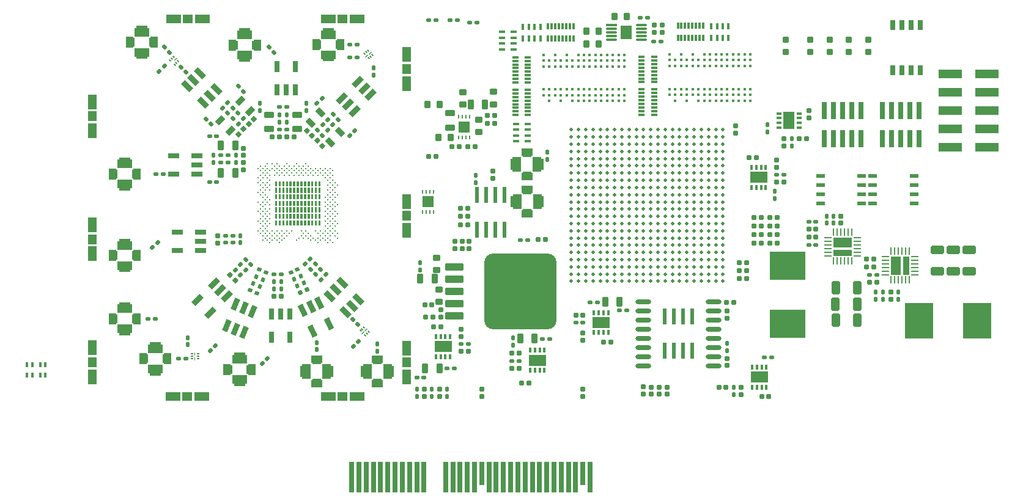
<source format=gtp>
G04 Layer_Color=8421504*
%FSLAX44Y44*%
%MOMM*%
G71*
G01*
G75*
G04:AMPARAMS|DCode=17|XSize=0.5mm|YSize=0.6mm|CornerRadius=0.05mm|HoleSize=0mm|Usage=FLASHONLY|Rotation=90.000|XOffset=0mm|YOffset=0mm|HoleType=Round|Shape=RoundedRectangle|*
%AMROUNDEDRECTD17*
21,1,0.5000,0.5000,0,0,90.0*
21,1,0.4000,0.6000,0,0,90.0*
1,1,0.1000,0.2500,0.2000*
1,1,0.1000,0.2500,-0.2000*
1,1,0.1000,-0.2500,-0.2000*
1,1,0.1000,-0.2500,0.2000*
%
%ADD17ROUNDEDRECTD17*%
G04:AMPARAMS|DCode=18|XSize=0.5mm|YSize=0.6mm|CornerRadius=0.05mm|HoleSize=0mm|Usage=FLASHONLY|Rotation=135.000|XOffset=0mm|YOffset=0mm|HoleType=Round|Shape=RoundedRectangle|*
%AMROUNDEDRECTD18*
21,1,0.5000,0.5000,0,0,135.0*
21,1,0.4000,0.6000,0,0,135.0*
1,1,0.1000,0.0354,0.3182*
1,1,0.1000,0.3182,0.0354*
1,1,0.1000,-0.0354,-0.3182*
1,1,0.1000,-0.3182,-0.0354*
%
%ADD18ROUNDEDRECTD18*%
G04:AMPARAMS|DCode=19|XSize=0.35mm|YSize=0.15mm|CornerRadius=0mm|HoleSize=0mm|Usage=FLASHONLY|Rotation=135.000|XOffset=0mm|YOffset=0mm|HoleType=Round|Shape=Rectangle|*
%AMROTATEDRECTD19*
4,1,4,0.1768,-0.0707,0.0707,-0.1768,-0.1768,0.0707,-0.0707,0.1768,0.1768,-0.0707,0.0*
%
%ADD19ROTATEDRECTD19*%

G04:AMPARAMS|DCode=20|XSize=0.5mm|YSize=0.6mm|CornerRadius=0.05mm|HoleSize=0mm|Usage=FLASHONLY|Rotation=0.000|XOffset=0mm|YOffset=0mm|HoleType=Round|Shape=RoundedRectangle|*
%AMROUNDEDRECTD20*
21,1,0.5000,0.5000,0,0,0.0*
21,1,0.4000,0.6000,0,0,0.0*
1,1,0.1000,0.2000,-0.2500*
1,1,0.1000,-0.2000,-0.2500*
1,1,0.1000,-0.2000,0.2500*
1,1,0.1000,0.2000,0.2500*
%
%ADD20ROUNDEDRECTD20*%
%ADD21R,0.3500X0.1500*%
G04:AMPARAMS|DCode=22|XSize=0.5mm|YSize=0.6mm|CornerRadius=0.05mm|HoleSize=0mm|Usage=FLASHONLY|Rotation=45.000|XOffset=0mm|YOffset=0mm|HoleType=Round|Shape=RoundedRectangle|*
%AMROUNDEDRECTD22*
21,1,0.5000,0.5000,0,0,45.0*
21,1,0.4000,0.6000,0,0,45.0*
1,1,0.1000,0.3182,-0.0354*
1,1,0.1000,0.0354,-0.3182*
1,1,0.1000,-0.3182,0.0354*
1,1,0.1000,-0.0354,0.3182*
%
%ADD22ROUNDEDRECTD22*%
%ADD23R,1.5500X1.0000*%
%ADD24R,1.2000X1.6000*%
%ADD25R,1.2000X1.2000*%
%ADD26R,1.2000X2.1500*%
G04:AMPARAMS|DCode=27|XSize=1mm|YSize=0.9mm|CornerRadius=0.1125mm|HoleSize=0mm|Usage=FLASHONLY|Rotation=0.000|XOffset=0mm|YOffset=0mm|HoleType=Round|Shape=RoundedRectangle|*
%AMROUNDEDRECTD27*
21,1,1.0000,0.6750,0,0,0.0*
21,1,0.7750,0.9000,0,0,0.0*
1,1,0.2250,0.3875,-0.3375*
1,1,0.2250,-0.3875,-0.3375*
1,1,0.2250,-0.3875,0.3375*
1,1,0.2250,0.3875,0.3375*
%
%ADD27ROUNDEDRECTD27*%
G04:AMPARAMS|DCode=28|XSize=0.6mm|YSize=0.6mm|CornerRadius=0.06mm|HoleSize=0mm|Usage=FLASHONLY|Rotation=90.000|XOffset=0mm|YOffset=0mm|HoleType=Round|Shape=RoundedRectangle|*
%AMROUNDEDRECTD28*
21,1,0.6000,0.4800,0,0,90.0*
21,1,0.4800,0.6000,0,0,90.0*
1,1,0.1200,0.2400,0.2400*
1,1,0.1200,0.2400,-0.2400*
1,1,0.1200,-0.2400,-0.2400*
1,1,0.1200,-0.2400,0.2400*
%
%ADD28ROUNDEDRECTD28*%
G04:AMPARAMS|DCode=29|XSize=1.6mm|YSize=0.3mm|CornerRadius=0.0375mm|HoleSize=0mm|Usage=FLASHONLY|Rotation=0.000|XOffset=0mm|YOffset=0mm|HoleType=Round|Shape=RoundedRectangle|*
%AMROUNDEDRECTD29*
21,1,1.6000,0.2250,0,0,0.0*
21,1,1.5250,0.3000,0,0,0.0*
1,1,0.0750,0.7625,-0.1125*
1,1,0.0750,-0.7625,-0.1125*
1,1,0.0750,-0.7625,0.1125*
1,1,0.0750,0.7625,0.1125*
%
%ADD29ROUNDEDRECTD29*%
%ADD30O,1.6000X0.3000*%
G04:AMPARAMS|DCode=31|XSize=1.6mm|YSize=1.9mm|CornerRadius=0.2mm|HoleSize=0mm|Usage=FLASHONLY|Rotation=180.000|XOffset=0mm|YOffset=0mm|HoleType=Round|Shape=RoundedRectangle|*
%AMROUNDEDRECTD31*
21,1,1.6000,1.5000,0,0,180.0*
21,1,1.2000,1.9000,0,0,180.0*
1,1,0.4000,-0.6000,0.7500*
1,1,0.4000,0.6000,0.7500*
1,1,0.4000,0.6000,-0.7500*
1,1,0.4000,-0.6000,-0.7500*
%
%ADD31ROUNDEDRECTD31*%
%ADD32R,2.3500X1.6000*%
%ADD33R,0.3000X0.7000*%
%ADD34R,0.7000X0.3000*%
%ADD35R,1.6000X2.3500*%
G04:AMPARAMS|DCode=36|XSize=0.6mm|YSize=0.6mm|CornerRadius=0.06mm|HoleSize=0mm|Usage=FLASHONLY|Rotation=0.000|XOffset=0mm|YOffset=0mm|HoleType=Round|Shape=RoundedRectangle|*
%AMROUNDEDRECTD36*
21,1,0.6000,0.4800,0,0,0.0*
21,1,0.4800,0.6000,0,0,0.0*
1,1,0.1200,0.2400,-0.2400*
1,1,0.1200,-0.2400,-0.2400*
1,1,0.1200,-0.2400,0.2400*
1,1,0.1200,0.2400,0.2400*
%
%ADD36ROUNDEDRECTD36*%
%ADD37R,1.0000X1.5500*%
%ADD38R,1.6000X1.2000*%
%ADD39R,1.2000X1.2000*%
%ADD40R,2.1500X1.2000*%
G04:AMPARAMS|DCode=41|XSize=1.3mm|YSize=0.8mm|CornerRadius=0.1mm|HoleSize=0mm|Usage=FLASHONLY|Rotation=90.000|XOffset=0mm|YOffset=0mm|HoleType=Round|Shape=RoundedRectangle|*
%AMROUNDEDRECTD41*
21,1,1.3000,0.6000,0,0,90.0*
21,1,1.1000,0.8000,0,0,90.0*
1,1,0.2000,0.3000,0.5500*
1,1,0.2000,0.3000,-0.5500*
1,1,0.2000,-0.3000,-0.5500*
1,1,0.2000,-0.3000,0.5500*
%
%ADD41ROUNDEDRECTD41*%
%ADD42R,0.2500X0.6250*%
%ADD43R,1.6000X1.6000*%
G04:AMPARAMS|DCode=44|XSize=2.5mm|YSize=1.1mm|CornerRadius=0.1375mm|HoleSize=0mm|Usage=FLASHONLY|Rotation=180.000|XOffset=0mm|YOffset=0mm|HoleType=Round|Shape=RoundedRectangle|*
%AMROUNDEDRECTD44*
21,1,2.5000,0.8250,0,0,180.0*
21,1,2.2250,1.1000,0,0,180.0*
1,1,0.2750,-1.1125,0.4125*
1,1,0.2750,1.1125,0.4125*
1,1,0.2750,1.1125,-0.4125*
1,1,0.2750,-1.1125,-0.4125*
%
%ADD44ROUNDEDRECTD44*%
G04:AMPARAMS|DCode=45|XSize=10mm|YSize=10.5mm|CornerRadius=1.25mm|HoleSize=0mm|Usage=FLASHONLY|Rotation=180.000|XOffset=0mm|YOffset=0mm|HoleType=Round|Shape=RoundedRectangle|*
%AMROUNDEDRECTD45*
21,1,10.0000,8.0000,0,0,180.0*
21,1,7.5000,10.5000,0,0,180.0*
1,1,2.5000,-3.7500,4.0000*
1,1,2.5000,3.7500,4.0000*
1,1,2.5000,3.7500,-4.0000*
1,1,2.5000,-3.7500,-4.0000*
%
%ADD45ROUNDEDRECTD45*%
%ADD46R,0.9000X2.5500*%
%ADD47R,1.4000X2.5500*%
%ADD48R,1.0000X0.2500*%
%ADD49R,0.2500X1.0000*%
G04:AMPARAMS|DCode=50|XSize=1.8mm|YSize=1.15mm|CornerRadius=0.1437mm|HoleSize=0mm|Usage=FLASHONLY|Rotation=0.000|XOffset=0mm|YOffset=0mm|HoleType=Round|Shape=RoundedRectangle|*
%AMROUNDEDRECTD50*
21,1,1.8000,0.8625,0,0,0.0*
21,1,1.5125,1.1500,0,0,0.0*
1,1,0.2875,0.7562,-0.4313*
1,1,0.2875,-0.7562,-0.4313*
1,1,0.2875,-0.7562,0.4313*
1,1,0.2875,0.7562,0.4313*
%
%ADD50ROUNDEDRECTD50*%
G04:AMPARAMS|DCode=51|XSize=1.3mm|YSize=0.8mm|CornerRadius=0.1mm|HoleSize=0mm|Usage=FLASHONLY|Rotation=180.000|XOffset=0mm|YOffset=0mm|HoleType=Round|Shape=RoundedRectangle|*
%AMROUNDEDRECTD51*
21,1,1.3000,0.6000,0,0,180.0*
21,1,1.1000,0.8000,0,0,180.0*
1,1,0.2000,-0.5500,0.3000*
1,1,0.2000,0.5500,0.3000*
1,1,0.2000,0.5500,-0.3000*
1,1,0.2000,-0.5500,-0.3000*
%
%ADD51ROUNDEDRECTD51*%
G04:AMPARAMS|DCode=52|XSize=1.3mm|YSize=0.8mm|CornerRadius=0.1mm|HoleSize=0mm|Usage=FLASHONLY|Rotation=225.000|XOffset=0mm|YOffset=0mm|HoleType=Round|Shape=RoundedRectangle|*
%AMROUNDEDRECTD52*
21,1,1.3000,0.6000,0,0,225.0*
21,1,1.1000,0.8000,0,0,225.0*
1,1,0.2000,-0.6010,-0.1768*
1,1,0.2000,0.1768,0.6010*
1,1,0.2000,0.6010,0.1768*
1,1,0.2000,-0.1768,-0.6010*
%
%ADD52ROUNDEDRECTD52*%
G04:AMPARAMS|DCode=53|XSize=1.3mm|YSize=0.8mm|CornerRadius=0.1mm|HoleSize=0mm|Usage=FLASHONLY|Rotation=135.000|XOffset=0mm|YOffset=0mm|HoleType=Round|Shape=RoundedRectangle|*
%AMROUNDEDRECTD53*
21,1,1.3000,0.6000,0,0,135.0*
21,1,1.1000,0.8000,0,0,135.0*
1,1,0.2000,-0.1768,0.6010*
1,1,0.2000,0.6010,-0.1768*
1,1,0.2000,0.1768,-0.6010*
1,1,0.2000,-0.6010,0.1768*
%
%ADD53ROUNDEDRECTD53*%
G04:AMPARAMS|DCode=54|XSize=0.5mm|YSize=0.6mm|CornerRadius=0.05mm|HoleSize=0mm|Usage=FLASHONLY|Rotation=247.500|XOffset=0mm|YOffset=0mm|HoleType=Round|Shape=RoundedRectangle|*
%AMROUNDEDRECTD54*
21,1,0.5000,0.5000,0,0,247.5*
21,1,0.4000,0.6000,0,0,247.5*
1,1,0.1000,-0.3075,-0.0891*
1,1,0.1000,-0.1544,0.2804*
1,1,0.1000,0.3075,0.0891*
1,1,0.1000,0.1544,-0.2804*
%
%ADD54ROUNDEDRECTD54*%
%ADD55R,2.5500X0.9000*%
%ADD56R,2.5500X1.4000*%
%ADD57R,4.0000X5.0000*%
G04:AMPARAMS|DCode=58|XSize=0.5mm|YSize=0.6mm|CornerRadius=0.05mm|HoleSize=0mm|Usage=FLASHONLY|Rotation=157.500|XOffset=0mm|YOffset=0mm|HoleType=Round|Shape=RoundedRectangle|*
%AMROUNDEDRECTD58*
21,1,0.5000,0.5000,0,0,157.5*
21,1,0.4000,0.6000,0,0,157.5*
1,1,0.1000,-0.0891,0.3075*
1,1,0.1000,0.2804,0.1544*
1,1,0.1000,0.0891,-0.3075*
1,1,0.1000,-0.2804,-0.1544*
%
%ADD58ROUNDEDRECTD58*%
G04:AMPARAMS|DCode=59|XSize=0.6mm|YSize=0.6mm|CornerRadius=0.06mm|HoleSize=0mm|Usage=FLASHONLY|Rotation=45.000|XOffset=0mm|YOffset=0mm|HoleType=Round|Shape=RoundedRectangle|*
%AMROUNDEDRECTD59*
21,1,0.6000,0.4800,0,0,45.0*
21,1,0.4800,0.6000,0,0,45.0*
1,1,0.1200,0.3394,0.0000*
1,1,0.1200,0.0000,-0.3394*
1,1,0.1200,-0.3394,0.0000*
1,1,0.1200,0.0000,0.3394*
%
%ADD59ROUNDEDRECTD59*%
G04:AMPARAMS|DCode=60|XSize=0.5mm|YSize=0.6mm|CornerRadius=0.05mm|HoleSize=0mm|Usage=FLASHONLY|Rotation=205.000|XOffset=0mm|YOffset=0mm|HoleType=Round|Shape=RoundedRectangle|*
%AMROUNDEDRECTD60*
21,1,0.5000,0.5000,0,0,205.0*
21,1,0.4000,0.6000,0,0,205.0*
1,1,0.1000,-0.2869,0.1421*
1,1,0.1000,0.0756,0.3111*
1,1,0.1000,0.2869,-0.1421*
1,1,0.1000,-0.0756,-0.3111*
%
%ADD60ROUNDEDRECTD60*%
G04:AMPARAMS|DCode=61|XSize=0.5mm|YSize=0.6mm|CornerRadius=0.05mm|HoleSize=0mm|Usage=FLASHONLY|Rotation=295.000|XOffset=0mm|YOffset=0mm|HoleType=Round|Shape=RoundedRectangle|*
%AMROUNDEDRECTD61*
21,1,0.5000,0.5000,0,0,295.0*
21,1,0.4000,0.6000,0,0,295.0*
1,1,0.1000,-0.1421,-0.2869*
1,1,0.1000,-0.3111,0.0756*
1,1,0.1000,0.1421,0.2869*
1,1,0.1000,0.3111,-0.0756*
%
%ADD61ROUNDEDRECTD61*%
G04:AMPARAMS|DCode=62|XSize=0.6mm|YSize=0.6mm|CornerRadius=0.06mm|HoleSize=0mm|Usage=FLASHONLY|Rotation=135.000|XOffset=0mm|YOffset=0mm|HoleType=Round|Shape=RoundedRectangle|*
%AMROUNDEDRECTD62*
21,1,0.6000,0.4800,0,0,135.0*
21,1,0.4800,0.6000,0,0,135.0*
1,1,0.1200,0.0000,0.3394*
1,1,0.1200,0.3394,0.0000*
1,1,0.1200,0.0000,-0.3394*
1,1,0.1200,-0.3394,0.0000*
%
%ADD62ROUNDEDRECTD62*%
G04:AMPARAMS|DCode=63|XSize=0.76mm|YSize=1.65mm|CornerRadius=0mm|HoleSize=0mm|Usage=FLASHONLY|Rotation=45.000|XOffset=0mm|YOffset=0mm|HoleType=Round|Shape=Rectangle|*
%AMROTATEDRECTD63*
4,1,4,0.3147,-0.8521,-0.8521,0.3147,-0.3147,0.8521,0.8521,-0.3147,0.3147,-0.8521,0.0*
%
%ADD63ROTATEDRECTD63*%

%ADD64R,1.6500X0.7600*%
G04:AMPARAMS|DCode=65|XSize=0.76mm|YSize=1.65mm|CornerRadius=0mm|HoleSize=0mm|Usage=FLASHONLY|Rotation=135.000|XOffset=0mm|YOffset=0mm|HoleType=Round|Shape=Rectangle|*
%AMROTATEDRECTD65*
4,1,4,0.8521,0.3147,-0.3147,-0.8521,-0.8521,-0.3147,0.3147,0.8521,0.8521,0.3147,0.0*
%
%ADD65ROTATEDRECTD65*%

%ADD66R,0.7600X1.6500*%
G04:AMPARAMS|DCode=67|XSize=1.8mm|YSize=1.15mm|CornerRadius=0.1437mm|HoleSize=0mm|Usage=FLASHONLY|Rotation=270.000|XOffset=0mm|YOffset=0mm|HoleType=Round|Shape=RoundedRectangle|*
%AMROUNDEDRECTD67*
21,1,1.8000,0.8625,0,0,270.0*
21,1,1.5125,1.1500,0,0,270.0*
1,1,0.2875,-0.4313,-0.7562*
1,1,0.2875,-0.4313,0.7562*
1,1,0.2875,0.4313,0.7562*
1,1,0.2875,0.4313,-0.7562*
%
%ADD67ROUNDEDRECTD67*%
%ADD68O,2.2000X0.6000*%
%ADD69R,0.7000X4.2000*%
%ADD70R,0.7000X3.2000*%
%ADD71R,3.2004X1.2700*%
G04:AMPARAMS|DCode=72|XSize=0.7mm|YSize=0.4mm|CornerRadius=0.05mm|HoleSize=0mm|Usage=FLASHONLY|Rotation=270.000|XOffset=0mm|YOffset=0mm|HoleType=Round|Shape=RoundedRectangle|*
%AMROUNDEDRECTD72*
21,1,0.7000,0.3000,0,0,270.0*
21,1,0.6000,0.4000,0,0,270.0*
1,1,0.1000,-0.1500,-0.3000*
1,1,0.1000,-0.1500,0.3000*
1,1,0.1000,0.1500,0.3000*
1,1,0.1000,0.1500,-0.3000*
%
%ADD72ROUNDEDRECTD72*%
%ADD73R,0.7500X2.4000*%
%ADD74R,0.5500X2.2000*%
G04:AMPARAMS|DCode=75|XSize=1mm|YSize=0.9mm|CornerRadius=0.1125mm|HoleSize=0mm|Usage=FLASHONLY|Rotation=90.000|XOffset=0mm|YOffset=0mm|HoleType=Round|Shape=RoundedRectangle|*
%AMROUNDEDRECTD75*
21,1,1.0000,0.6750,0,0,90.0*
21,1,0.7750,0.9000,0,0,90.0*
1,1,0.2250,0.3375,0.3875*
1,1,0.2250,0.3375,-0.3875*
1,1,0.2250,-0.3375,-0.3875*
1,1,0.2250,-0.3375,0.3875*
%
%ADD75ROUNDEDRECTD75*%
%ADD76C,0.5000*%
%ADD77R,5.0000X4.0000*%
G04:AMPARAMS|DCode=78|XSize=0.8mm|YSize=0.8mm|CornerRadius=0.1mm|HoleSize=0mm|Usage=FLASHONLY|Rotation=90.000|XOffset=0mm|YOffset=0mm|HoleType=Round|Shape=RoundedRectangle|*
%AMROUNDEDRECTD78*
21,1,0.8000,0.6000,0,0,90.0*
21,1,0.6000,0.8000,0,0,90.0*
1,1,0.2000,0.3000,0.3000*
1,1,0.2000,0.3000,-0.3000*
1,1,0.2000,-0.3000,-0.3000*
1,1,0.2000,-0.3000,0.3000*
%
%ADD78ROUNDEDRECTD78*%
%ADD79R,0.8000X1.4000*%
%ADD81R,1.2000X0.5000*%
%ADD82R,0.9500X0.4000*%
%ADD83R,0.4000X0.9500*%
%ADD84C,0.4500*%
%ADD85R,0.9500X0.3500*%
%ADD86R,0.3500X0.9500*%
%ADD88R,1.4000X1.3000*%
%ADD89R,2.0000X1.3000*%
%ADD90R,1.3000X1.4000*%
%ADD91R,1.3000X2.0000*%
G04:AMPARAMS|DCode=92|XSize=0.6mm|YSize=0.6mm|CornerRadius=0.06mm|HoleSize=0mm|Usage=FLASHONLY|Rotation=295.000|XOffset=0mm|YOffset=0mm|HoleType=Round|Shape=RoundedRectangle|*
%AMROUNDEDRECTD92*
21,1,0.6000,0.4800,0,0,295.0*
21,1,0.4800,0.6000,0,0,295.0*
1,1,0.1200,-0.1161,-0.3189*
1,1,0.1200,-0.3189,0.1161*
1,1,0.1200,0.1161,0.3189*
1,1,0.1200,0.3189,-0.1161*
%
%ADD92ROUNDEDRECTD92*%
%ADD93R,0.2500X0.6000*%
%ADD94R,1.5000X1.6000*%
G04:AMPARAMS|DCode=95|XSize=0.76mm|YSize=1.65mm|CornerRadius=0mm|HoleSize=0mm|Usage=FLASHONLY|Rotation=337.500|XOffset=0mm|YOffset=0mm|HoleType=Round|Shape=Rectangle|*
%AMROTATEDRECTD95*
4,1,4,-0.6668,-0.6168,-0.0354,0.9076,0.6668,0.6168,0.0354,-0.9076,-0.6668,-0.6168,0.0*
%
%ADD95ROTATEDRECTD95*%

G04:AMPARAMS|DCode=96|XSize=0.76mm|YSize=1.65mm|CornerRadius=0mm|HoleSize=0mm|Usage=FLASHONLY|Rotation=205.000|XOffset=0mm|YOffset=0mm|HoleType=Round|Shape=Rectangle|*
%AMROTATEDRECTD96*
4,1,4,-0.0043,0.9083,0.6931,-0.5871,0.0043,-0.9083,-0.6931,0.5871,-0.0043,0.9083,0.0*
%
%ADD96ROTATEDRECTD96*%

%ADD97R,0.2000X0.2000*%
%ADD98C,0.3100*%
G36*
X368340Y401617D02*
X365340D01*
Y408617D01*
X368340D01*
Y401617D01*
D02*
G37*
G36*
X363340D02*
X360340D01*
Y408617D01*
X363340D01*
Y401617D01*
D02*
G37*
G36*
X358340D02*
X355340D01*
Y408617D01*
X358340D01*
Y401617D01*
D02*
G37*
G36*
X383340D02*
X380340D01*
Y408617D01*
X383340D01*
Y401617D01*
D02*
G37*
G36*
X378340D02*
X375340D01*
Y408617D01*
X378340D01*
Y401617D01*
D02*
G37*
G36*
X373340D02*
X370340D01*
Y408617D01*
X373340D01*
Y401617D01*
D02*
G37*
G36*
X403340Y392617D02*
X400340D01*
Y399617D01*
X403340D01*
Y392617D01*
D02*
G37*
G36*
X398340D02*
X395340D01*
Y399617D01*
X398340D01*
Y392617D01*
D02*
G37*
G36*
X393340D02*
X390340D01*
Y399617D01*
X393340D01*
Y392617D01*
D02*
G37*
G36*
X353340Y401617D02*
X350340D01*
Y408617D01*
X353340D01*
Y401617D01*
D02*
G37*
G36*
X413340Y392617D02*
X410340D01*
Y399617D01*
X413340D01*
Y392617D01*
D02*
G37*
G36*
X408340D02*
X405340D01*
Y399617D01*
X408340D01*
Y392617D01*
D02*
G37*
G36*
X363340Y410617D02*
X360340D01*
Y417617D01*
X363340D01*
Y410617D01*
D02*
G37*
G36*
X358340D02*
X355340D01*
Y417617D01*
X358340D01*
Y410617D01*
D02*
G37*
G36*
X353340D02*
X350340D01*
Y417617D01*
X353340D01*
Y410617D01*
D02*
G37*
G36*
X378340D02*
X375340D01*
Y417617D01*
X378340D01*
Y410617D01*
D02*
G37*
G36*
X373340D02*
X370340D01*
Y417617D01*
X373340D01*
Y410617D01*
D02*
G37*
G36*
X368340D02*
X365340D01*
Y417617D01*
X368340D01*
Y410617D01*
D02*
G37*
G36*
X398340Y401617D02*
X395340D01*
Y408617D01*
X398340D01*
Y401617D01*
D02*
G37*
G36*
X393340D02*
X390340D01*
Y408617D01*
X393340D01*
Y401617D01*
D02*
G37*
G36*
X388340D02*
X385340D01*
Y408617D01*
X388340D01*
Y401617D01*
D02*
G37*
G36*
X413340D02*
X410340D01*
Y408617D01*
X413340D01*
Y401617D01*
D02*
G37*
G36*
X408340D02*
X405340D01*
Y408617D01*
X408340D01*
Y401617D01*
D02*
G37*
G36*
X403340D02*
X400340D01*
Y408617D01*
X403340D01*
Y401617D01*
D02*
G37*
G36*
X388340Y392617D02*
X385340D01*
Y399617D01*
X388340D01*
Y392617D01*
D02*
G37*
G36*
X373340Y383617D02*
X370340D01*
Y390617D01*
X373340D01*
Y383617D01*
D02*
G37*
G36*
X368340D02*
X365340D01*
Y390617D01*
X368340D01*
Y383617D01*
D02*
G37*
G36*
X363340D02*
X360340D01*
Y390617D01*
X363340D01*
Y383617D01*
D02*
G37*
G36*
X388340D02*
X385340D01*
Y390617D01*
X388340D01*
Y383617D01*
D02*
G37*
G36*
X383340D02*
X380340D01*
Y390617D01*
X383340D01*
Y383617D01*
D02*
G37*
G36*
X378340D02*
X375340D01*
Y390617D01*
X378340D01*
Y383617D01*
D02*
G37*
G36*
X473751Y235871D02*
X470393Y232512D01*
X469686Y233219D01*
X473044Y236578D01*
X473751Y235871D01*
D02*
G37*
G36*
X239750Y203000D02*
X238750D01*
Y207750D01*
X239750D01*
X239750Y203000D01*
D02*
G37*
G36*
X239750Y196250D02*
X238750D01*
Y201000D01*
X239750D01*
X239750Y196250D01*
D02*
G37*
G36*
X358340Y383617D02*
X355340D01*
Y390617D01*
X358340D01*
Y383617D01*
D02*
G37*
G36*
X353340D02*
X350340D01*
Y390617D01*
X353340D01*
Y383617D01*
D02*
G37*
G36*
X478524Y240644D02*
X475165Y237285D01*
X474459Y237992D01*
X477817Y241351D01*
X478524Y240644D01*
D02*
G37*
G36*
X368340Y392617D02*
X365340D01*
Y399617D01*
X368340D01*
Y392617D01*
D02*
G37*
G36*
X363340D02*
X360340D01*
Y399617D01*
X363340D01*
Y392617D01*
D02*
G37*
G36*
X358340D02*
X355340D01*
Y399617D01*
X358340D01*
Y392617D01*
D02*
G37*
G36*
X383340D02*
X380340D01*
Y399617D01*
X383340D01*
Y392617D01*
D02*
G37*
G36*
X378340D02*
X375340D01*
Y399617D01*
X378340D01*
Y392617D01*
D02*
G37*
G36*
X373340D02*
X370340D01*
Y399617D01*
X373340D01*
Y392617D01*
D02*
G37*
G36*
X403340Y383617D02*
X400340D01*
Y390617D01*
X403340D01*
Y383617D01*
D02*
G37*
G36*
X398340D02*
X395340D01*
Y390617D01*
X398340D01*
Y383617D01*
D02*
G37*
G36*
X393340D02*
X390340D01*
Y390617D01*
X393340D01*
Y383617D01*
D02*
G37*
G36*
X353340Y392617D02*
X350340D01*
Y399617D01*
X353340D01*
Y392617D01*
D02*
G37*
G36*
X413340Y383617D02*
X410340D01*
Y390617D01*
X413340D01*
Y383617D01*
D02*
G37*
G36*
X408340D02*
X405340D01*
Y390617D01*
X408340D01*
Y383617D01*
D02*
G37*
G36*
X383340Y410617D02*
X380340D01*
Y417617D01*
X383340D01*
Y410617D01*
D02*
G37*
G36*
X358340Y437617D02*
X355340D01*
Y444617D01*
X358340D01*
Y437617D01*
D02*
G37*
G36*
X353340D02*
X350340D01*
Y444617D01*
X353340D01*
Y437617D01*
D02*
G37*
G36*
X413340Y428617D02*
X410340D01*
Y435617D01*
X413340D01*
Y428617D01*
D02*
G37*
G36*
X373340Y437617D02*
X370340D01*
Y444617D01*
X373340D01*
Y437617D01*
D02*
G37*
G36*
X368340D02*
X365340D01*
Y444617D01*
X368340D01*
Y437617D01*
D02*
G37*
G36*
X363340D02*
X360340D01*
Y444617D01*
X363340D01*
Y437617D01*
D02*
G37*
G36*
X393340Y428617D02*
X390340D01*
Y435617D01*
X393340D01*
Y428617D01*
D02*
G37*
G36*
X388340D02*
X385340D01*
Y435617D01*
X388340D01*
Y428617D01*
D02*
G37*
G36*
X383340D02*
X380340D01*
Y435617D01*
X383340D01*
Y428617D01*
D02*
G37*
G36*
X408340D02*
X405340D01*
Y435617D01*
X408340D01*
Y428617D01*
D02*
G37*
G36*
X403340D02*
X400340D01*
Y435617D01*
X403340D01*
Y428617D01*
D02*
G37*
G36*
X398340D02*
X395340D01*
Y435617D01*
X398340D01*
Y428617D01*
D02*
G37*
G36*
X210310Y610776D02*
X206951Y607417D01*
X206244Y608124D01*
X209603Y611483D01*
X210310Y610776D01*
D02*
G37*
G36*
X413340Y437617D02*
X410340D01*
Y444617D01*
X413340D01*
Y437617D01*
D02*
G37*
G36*
X408340D02*
X405340D01*
Y444617D01*
X408340D01*
Y437617D01*
D02*
G37*
G36*
X483889Y624243D02*
X480530Y620884D01*
X479823Y621591D01*
X483182Y624950D01*
X483889Y624243D01*
D02*
G37*
G36*
X479116Y619470D02*
X475757Y616111D01*
X475050Y616818D01*
X478409Y620177D01*
X479116Y619470D01*
D02*
G37*
G36*
X215083Y615549D02*
X211724Y612190D01*
X211017Y612897D01*
X214376Y616256D01*
X215083Y615549D01*
D02*
G37*
G36*
X388340Y437617D02*
X385340D01*
Y444617D01*
X388340D01*
Y437617D01*
D02*
G37*
G36*
X383340D02*
X380340D01*
Y444617D01*
X383340D01*
Y437617D01*
D02*
G37*
G36*
X378340D02*
X375340D01*
Y444617D01*
X378340D01*
Y437617D01*
D02*
G37*
G36*
X403340D02*
X400340D01*
Y444617D01*
X403340D01*
Y437617D01*
D02*
G37*
G36*
X398340D02*
X395340D01*
Y444617D01*
X398340D01*
Y437617D01*
D02*
G37*
G36*
X393340D02*
X390340D01*
Y444617D01*
X393340D01*
Y437617D01*
D02*
G37*
G36*
X378340Y428617D02*
X375340D01*
Y435617D01*
X378340D01*
Y428617D01*
D02*
G37*
G36*
X363340Y419617D02*
X360340D01*
Y426617D01*
X363340D01*
Y419617D01*
D02*
G37*
G36*
X358340D02*
X355340D01*
Y426617D01*
X358340D01*
Y419617D01*
D02*
G37*
G36*
X353340D02*
X350340D01*
Y426617D01*
X353340D01*
Y419617D01*
D02*
G37*
G36*
X378340D02*
X375340D01*
Y426617D01*
X378340D01*
Y419617D01*
D02*
G37*
G36*
X373340D02*
X370340D01*
Y426617D01*
X373340D01*
Y419617D01*
D02*
G37*
G36*
X368340D02*
X365340D01*
Y426617D01*
X368340D01*
Y419617D01*
D02*
G37*
G36*
X398340Y410617D02*
X395340D01*
Y417617D01*
X398340D01*
Y410617D01*
D02*
G37*
G36*
X393340D02*
X390340D01*
Y417617D01*
X393340D01*
Y410617D01*
D02*
G37*
G36*
X388340D02*
X385340D01*
Y417617D01*
X388340D01*
Y410617D01*
D02*
G37*
G36*
X413340D02*
X410340D01*
Y417617D01*
X413340D01*
Y410617D01*
D02*
G37*
G36*
X408340D02*
X405340D01*
Y417617D01*
X408340D01*
Y410617D01*
D02*
G37*
G36*
X403340D02*
X400340D01*
Y417617D01*
X403340D01*
Y410617D01*
D02*
G37*
G36*
X358340Y428617D02*
X355340D01*
Y435617D01*
X358340D01*
Y428617D01*
D02*
G37*
G36*
X353340D02*
X350340D01*
Y435617D01*
X353340D01*
Y428617D01*
D02*
G37*
G36*
X413340Y419617D02*
X410340D01*
Y426617D01*
X413340D01*
Y419617D01*
D02*
G37*
G36*
X373340Y428617D02*
X370340D01*
Y435617D01*
X373340D01*
Y428617D01*
D02*
G37*
G36*
X368340D02*
X365340D01*
Y435617D01*
X368340D01*
Y428617D01*
D02*
G37*
G36*
X363340D02*
X360340D01*
Y435617D01*
X363340D01*
Y428617D01*
D02*
G37*
G36*
X393340Y419617D02*
X390340D01*
Y426617D01*
X393340D01*
Y419617D01*
D02*
G37*
G36*
X388340D02*
X385340D01*
Y426617D01*
X388340D01*
Y419617D01*
D02*
G37*
G36*
X383340D02*
X380340D01*
Y426617D01*
X383340D01*
Y419617D01*
D02*
G37*
G36*
X408340D02*
X405340D01*
Y426617D01*
X408340D01*
Y419617D01*
D02*
G37*
G36*
X403340D02*
X400340D01*
Y426617D01*
X403340D01*
Y419617D01*
D02*
G37*
G36*
X398340D02*
X395340D01*
Y426617D01*
X398340D01*
Y419617D01*
D02*
G37*
D17*
X195500Y454750D02*
D03*
X185500D02*
D03*
X226500Y198500D02*
D03*
X216500D02*
D03*
X184750Y254000D02*
D03*
X174750D02*
D03*
X464000Y633750D02*
D03*
X454000D02*
D03*
X454000Y616000D02*
D03*
X464000D02*
D03*
X688375Y195750D02*
D03*
X678375D02*
D03*
X556500Y172500D02*
D03*
X546500D02*
D03*
X608250Y219250D02*
D03*
X618250D02*
D03*
X827250Y265750D02*
D03*
X837250D02*
D03*
X776625Y248750D02*
D03*
X766625D02*
D03*
X1183244Y315256D02*
D03*
X1173244Y315256D02*
D03*
X1099250Y356500D02*
D03*
X1089250D02*
D03*
X348990Y315826D02*
D03*
X358990D02*
D03*
X356445Y516411D02*
D03*
X366445D02*
D03*
X281809Y359372D02*
D03*
X291809D02*
D03*
X281813Y369263D02*
D03*
X291813D02*
D03*
X356445Y547411D02*
D03*
X366445D02*
D03*
X259594Y507383D02*
D03*
X269594D02*
D03*
X866000Y671500D02*
D03*
X856000D02*
D03*
X1055125Y453750D02*
D03*
X1045125D02*
D03*
X874750Y638500D02*
D03*
X884750D02*
D03*
X1037625Y200250D02*
D03*
X1027625D02*
D03*
X572750Y668250D02*
D03*
X562750D02*
D03*
X592750Y668250D02*
D03*
X602750D02*
D03*
X700000Y363500D02*
D03*
X690000D02*
D03*
X285296Y470523D02*
D03*
X275296D02*
D03*
X275296Y480523D02*
D03*
X285296D02*
D03*
X588750Y185250D02*
D03*
X598750D02*
D03*
X720250Y225750D02*
D03*
X730250D02*
D03*
X796250Y277000D02*
D03*
X786250D02*
D03*
X629476Y664765D02*
D03*
X619476D02*
D03*
X1099250Y388500D02*
D03*
X1089250Y388500D02*
D03*
X259500Y443500D02*
D03*
X269500D02*
D03*
D18*
X187760Y360061D02*
D03*
X180689Y352990D02*
D03*
X339700Y198950D02*
D03*
X332629Y191879D02*
D03*
X267750Y217000D02*
D03*
X260679Y209929D02*
D03*
X189983Y597167D02*
D03*
X197054Y604238D02*
D03*
X430388Y522754D02*
D03*
X423317Y515683D02*
D03*
X295399Y321987D02*
D03*
X302470Y329058D02*
D03*
X458863Y215679D02*
D03*
X465934Y222750D02*
D03*
X302470Y314915D02*
D03*
X309541Y321987D02*
D03*
X398796Y337272D02*
D03*
X391725Y330201D02*
D03*
X423317Y529826D02*
D03*
X416246Y522755D02*
D03*
X460665Y514954D02*
D03*
X453594Y507883D02*
D03*
X284410Y553368D02*
D03*
X277338Y546297D02*
D03*
X420716Y315352D02*
D03*
X413645Y308281D02*
D03*
X299259Y524377D02*
D03*
X306330Y531448D02*
D03*
X415347Y559947D02*
D03*
X408276Y552876D02*
D03*
D19*
X468625Y237462D02*
D03*
X471100Y239937D02*
D03*
X473575Y242412D02*
D03*
X479585Y236401D02*
D03*
X477110Y233926D02*
D03*
X474635Y231451D02*
D03*
X484950Y620000D02*
D03*
X482475Y617525D02*
D03*
X480000Y615050D02*
D03*
X473990Y621061D02*
D03*
X476465Y623536D02*
D03*
X478939Y626010D02*
D03*
X216143Y611306D02*
D03*
X213669Y608831D02*
D03*
X211194Y606357D02*
D03*
X205183Y612367D02*
D03*
X207658Y614842D02*
D03*
X210133Y617317D02*
D03*
D20*
X229000Y218000D02*
D03*
Y228000D02*
D03*
X487000Y592000D02*
D03*
Y602000D02*
D03*
X976000Y220250D02*
D03*
Y210250D02*
D03*
X679750Y227250D02*
D03*
X679750Y217250D02*
D03*
X1213244Y290756D02*
D03*
Y280756D02*
D03*
X1123750Y386500D02*
D03*
Y396500D02*
D03*
X408000Y211250D02*
D03*
Y221250D02*
D03*
X393594Y552633D02*
D03*
Y542633D02*
D03*
X366445Y536911D02*
D03*
Y526911D02*
D03*
X348990Y295326D02*
D03*
Y305326D02*
D03*
X358990Y295326D02*
D03*
Y305326D02*
D03*
X295904Y470527D02*
D03*
Y480527D02*
D03*
X356445Y526911D02*
D03*
Y536911D02*
D03*
X329454Y552649D02*
D03*
Y542649D02*
D03*
X492164Y209000D02*
D03*
Y219000D02*
D03*
X302309Y359372D02*
D03*
Y369372D02*
D03*
X588500Y146500D02*
D03*
Y156500D02*
D03*
X1042500Y430750D02*
D03*
Y420750D02*
D03*
X1065750Y493875D02*
D03*
Y503875D02*
D03*
X1031750Y513250D02*
D03*
Y523250D02*
D03*
X985375Y149000D02*
D03*
Y159000D02*
D03*
X727250Y474750D02*
D03*
Y484750D02*
D03*
X551500Y332000D02*
D03*
Y322000D02*
D03*
X264796Y470523D02*
D03*
Y480523D02*
D03*
X628000Y452500D02*
D03*
Y442500D02*
D03*
X1182289Y280744D02*
D03*
Y290744D02*
D03*
X1192289Y280744D02*
D03*
X1192289Y290744D02*
D03*
X1113750Y396500D02*
D03*
Y386500D02*
D03*
X546500Y146500D02*
D03*
Y156500D02*
D03*
X567500Y146500D02*
D03*
Y156500D02*
D03*
D21*
X243500Y205500D02*
D03*
Y202000D02*
D03*
Y198500D02*
D03*
X235000D02*
D03*
X235000Y202000D02*
D03*
Y205500D02*
D03*
D22*
X226750Y595750D02*
D03*
X219679Y602821D02*
D03*
X197052Y630398D02*
D03*
X204123Y623327D02*
D03*
X254523Y530954D02*
D03*
X261594Y523883D02*
D03*
X299773Y576204D02*
D03*
X306844Y569133D02*
D03*
X291834Y545944D02*
D03*
X298905Y538873D02*
D03*
X284763Y538873D02*
D03*
X291834Y531802D02*
D03*
X413291Y322777D02*
D03*
X406220Y329848D02*
D03*
X316970Y329303D02*
D03*
X309899Y336374D02*
D03*
X406220Y315706D02*
D03*
X399149Y322777D02*
D03*
X465089Y245947D02*
D03*
X458018Y253018D02*
D03*
X437813Y530179D02*
D03*
X430742Y537250D02*
D03*
X408821Y515330D02*
D03*
X415892Y508259D02*
D03*
X349035Y623214D02*
D03*
X341964Y630285D02*
D03*
D23*
X699250Y451000D02*
D03*
Y485000D02*
D03*
X408000Y198250D02*
D03*
X408000Y164250D02*
D03*
X492164Y198000D02*
D03*
Y164000D02*
D03*
X699500Y433250D02*
D03*
Y399250D02*
D03*
D24*
X716250Y468000D02*
D03*
X682250D02*
D03*
X391000Y181250D02*
D03*
X425000Y181250D02*
D03*
X475164Y181000D02*
D03*
X509164D02*
D03*
X682500Y416250D02*
D03*
X716500D02*
D03*
D25*
X699250Y484000D02*
D03*
Y452000D02*
D03*
X408000Y165250D02*
D03*
Y197250D02*
D03*
X492164Y165000D02*
D03*
Y197000D02*
D03*
X699500Y400250D02*
D03*
Y432250D02*
D03*
D26*
X685250Y468000D02*
D03*
X713250D02*
D03*
X422000Y181250D02*
D03*
X394000Y181250D02*
D03*
X506164Y181000D02*
D03*
X478164D02*
D03*
X713500Y416250D02*
D03*
X685500D02*
D03*
D27*
X652875Y568500D02*
D03*
X652875Y551500D02*
D03*
X577000Y294250D02*
D03*
Y277250D02*
D03*
X574250Y338500D02*
D03*
X574250Y321500D02*
D03*
X610000Y551250D02*
D03*
X610000Y568250D02*
D03*
X632000Y529750D02*
D03*
Y512750D02*
D03*
D28*
X1169500Y325750D02*
D03*
X1179500D02*
D03*
X714500Y363750D02*
D03*
X724500D02*
D03*
X688375Y185250D02*
D03*
X678375D02*
D03*
X691500Y164750D02*
D03*
X701500D02*
D03*
X678375Y206250D02*
D03*
X688375D02*
D03*
X557500Y273250D02*
D03*
X567500D02*
D03*
X766625Y259250D02*
D03*
X776625D02*
D03*
X805000Y221500D02*
D03*
X815000D02*
D03*
X1183244Y304756D02*
D03*
X1173244D02*
D03*
X1169494Y336756D02*
D03*
X1179494D02*
D03*
X1089250Y367000D02*
D03*
X1099250Y367000D02*
D03*
X346445Y505911D02*
D03*
X356445D02*
D03*
X376445Y505911D02*
D03*
X366445D02*
D03*
X975350Y277000D02*
D03*
X985350D02*
D03*
X1016750Y477250D02*
D03*
X1006750D02*
D03*
X1055125Y443250D02*
D03*
X1045125D02*
D03*
X1086250Y503875D02*
D03*
X1076250D02*
D03*
X1024125Y146000D02*
D03*
X1034125D02*
D03*
X618250Y208750D02*
D03*
X608250D02*
D03*
X569750Y242750D02*
D03*
X579750D02*
D03*
X964875Y159000D02*
D03*
X974875D02*
D03*
X616750Y384500D02*
D03*
X606750D02*
D03*
X616750Y395750D02*
D03*
X606750D02*
D03*
X558500Y256250D02*
D03*
X568500D02*
D03*
X1013750Y382500D02*
D03*
X1023750D02*
D03*
X1035750D02*
D03*
X1045750D02*
D03*
X1013750Y394500D02*
D03*
X1023750D02*
D03*
X1035750D02*
D03*
X1045750D02*
D03*
X1013750Y370500D02*
D03*
X1023750D02*
D03*
X1035750D02*
D03*
X1045750D02*
D03*
X1035750Y358500D02*
D03*
X1045750D02*
D03*
X1013750D02*
D03*
X1023750D02*
D03*
X616750Y406750D02*
D03*
X606750D02*
D03*
X1099250Y378000D02*
D03*
X1089250D02*
D03*
X993000Y310000D02*
D03*
X1003000D02*
D03*
X993000Y332000D02*
D03*
X1003000D02*
D03*
X993000Y321000D02*
D03*
X1003000D02*
D03*
X605250Y493000D02*
D03*
X595250D02*
D03*
X644250Y525000D02*
D03*
X654250D02*
D03*
X617000Y493000D02*
D03*
X627000D02*
D03*
X654250Y536000D02*
D03*
X644250D02*
D03*
X358990Y284826D02*
D03*
X348990D02*
D03*
X573000Y479500D02*
D03*
X563000D02*
D03*
D29*
X815750Y661250D02*
D03*
D30*
Y656250D02*
D03*
Y651250D02*
D03*
Y646250D02*
D03*
Y641250D02*
D03*
X857750Y661250D02*
D03*
Y656250D02*
D03*
Y651250D02*
D03*
Y646250D02*
D03*
Y641250D02*
D03*
D31*
X836750Y651250D02*
D03*
D32*
X801750Y248750D02*
D03*
X1020875Y173250D02*
D03*
X713500Y196750D02*
D03*
X583000Y215500D02*
D03*
X1020000Y450000D02*
D03*
D33*
X792000Y262500D02*
D03*
X798500D02*
D03*
X805000D02*
D03*
X811500D02*
D03*
Y235000D02*
D03*
X805000D02*
D03*
X798500D02*
D03*
X792000D02*
D03*
X1011125Y159500D02*
D03*
X1017625D02*
D03*
X1024125D02*
D03*
X1030625D02*
D03*
Y187000D02*
D03*
X1024125D02*
D03*
X1017625D02*
D03*
X1011125D02*
D03*
X703750Y210500D02*
D03*
X710250D02*
D03*
X716750D02*
D03*
X723250D02*
D03*
Y183000D02*
D03*
X716750D02*
D03*
X710250D02*
D03*
X703750D02*
D03*
X592750Y201750D02*
D03*
X586250D02*
D03*
X579750D02*
D03*
X573250D02*
D03*
Y229250D02*
D03*
X579750D02*
D03*
X586250D02*
D03*
X592750D02*
D03*
X1029750Y463750D02*
D03*
X1023250D02*
D03*
X1016750D02*
D03*
X1010250D02*
D03*
Y436250D02*
D03*
X1016750D02*
D03*
X1023250D02*
D03*
X1029750D02*
D03*
D34*
X1075750Y519250D02*
D03*
Y525750D02*
D03*
Y532250D02*
D03*
Y538750D02*
D03*
X1048250D02*
D03*
Y532250D02*
D03*
Y525750D02*
D03*
Y519250D02*
D03*
D35*
X1062000Y529000D02*
D03*
D36*
X609250Y361500D02*
D03*
Y351500D02*
D03*
X976250Y264500D02*
D03*
Y254500D02*
D03*
X976000Y189250D02*
D03*
Y199250D02*
D03*
X776625Y224500D02*
D03*
Y234500D02*
D03*
X1202744Y290756D02*
D03*
Y280756D02*
D03*
X270710Y359213D02*
D03*
Y369213D02*
D03*
X988000Y521250D02*
D03*
Y511250D02*
D03*
X776500Y156500D02*
D03*
Y146500D02*
D03*
X636500Y156500D02*
D03*
Y146500D02*
D03*
X599500Y361500D02*
D03*
Y351500D02*
D03*
X1045125Y474250D02*
D03*
Y464250D02*
D03*
X608125Y239750D02*
D03*
Y229750D02*
D03*
X1089250Y532250D02*
D03*
Y542250D02*
D03*
X1055250Y493875D02*
D03*
X1055250Y503875D02*
D03*
X995750Y149000D02*
D03*
Y159000D02*
D03*
X619250Y361500D02*
D03*
Y351500D02*
D03*
X886250Y650750D02*
D03*
Y660750D02*
D03*
X875250Y650750D02*
D03*
Y660750D02*
D03*
X579500Y256250D02*
D03*
Y266250D02*
D03*
X557000Y146500D02*
D03*
Y156500D02*
D03*
X578000Y146500D02*
D03*
Y156500D02*
D03*
X652250Y448750D02*
D03*
Y458750D02*
D03*
X1133750Y396500D02*
D03*
Y386500D02*
D03*
X306296Y480523D02*
D03*
Y490523D02*
D03*
X306296Y470523D02*
D03*
Y460523D02*
D03*
X860015Y159525D02*
D03*
Y149525D02*
D03*
X871000Y159500D02*
D03*
Y149500D02*
D03*
X882000Y159500D02*
D03*
Y149500D02*
D03*
X893000Y159500D02*
D03*
Y149500D02*
D03*
D37*
X159507Y254007D02*
D03*
X125507D02*
D03*
X182750Y637250D02*
D03*
X148750Y637250D02*
D03*
X159500Y454750D02*
D03*
X125500Y454750D02*
D03*
X318000Y184000D02*
D03*
X284000D02*
D03*
X159500Y341750D02*
D03*
X125500D02*
D03*
X441250Y633750D02*
D03*
X407250D02*
D03*
X201250Y198500D02*
D03*
X167250Y198500D02*
D03*
X325500Y633600D02*
D03*
X291500D02*
D03*
D38*
X142507Y271007D02*
D03*
Y237007D02*
D03*
X165750Y654250D02*
D03*
X165750Y620250D02*
D03*
X142500Y471750D02*
D03*
X142500Y437750D02*
D03*
X301000Y201000D02*
D03*
Y167000D02*
D03*
X142500Y358750D02*
D03*
Y324750D02*
D03*
X424250Y650750D02*
D03*
Y616750D02*
D03*
X184250Y215500D02*
D03*
X184250Y181500D02*
D03*
X308500Y650600D02*
D03*
Y616600D02*
D03*
D39*
X126507Y254007D02*
D03*
X158507D02*
D03*
X149750Y637250D02*
D03*
X181750D02*
D03*
X126500Y454750D02*
D03*
X158500Y454750D02*
D03*
X285000Y184000D02*
D03*
X317000Y184000D02*
D03*
X126500Y341750D02*
D03*
X158500D02*
D03*
X408250Y633750D02*
D03*
X440250D02*
D03*
X168250Y198500D02*
D03*
X200250D02*
D03*
X292500Y633600D02*
D03*
X324500D02*
D03*
D40*
X142507Y240007D02*
D03*
Y268007D02*
D03*
X165750Y623250D02*
D03*
X165750Y651250D02*
D03*
X142500Y440750D02*
D03*
X142500Y468750D02*
D03*
X301000Y170000D02*
D03*
Y198000D02*
D03*
X142500Y327750D02*
D03*
Y355750D02*
D03*
X424250Y619750D02*
D03*
Y647750D02*
D03*
X184250Y184500D02*
D03*
X184250Y212500D02*
D03*
X308500Y619600D02*
D03*
Y647600D02*
D03*
D41*
X558000Y185500D02*
D03*
X578000D02*
D03*
X827250Y278000D02*
D03*
X807250D02*
D03*
X275197Y494620D02*
D03*
X295197D02*
D03*
X275204Y456170D02*
D03*
X295204D02*
D03*
X641125Y551500D02*
D03*
X621125D02*
D03*
X689750Y226750D02*
D03*
X709750Y226750D02*
D03*
X551500Y309750D02*
D03*
X571500D02*
D03*
D42*
X554500Y430250D02*
D03*
X559500D02*
D03*
X564500D02*
D03*
X569500D02*
D03*
Y402250D02*
D03*
X564500D02*
D03*
X559500D02*
D03*
X554500D02*
D03*
D43*
X562000Y416250D02*
D03*
D44*
X598860Y275100D02*
D03*
X598860Y292150D02*
D03*
X598860Y309200D02*
D03*
X598860Y326250D02*
D03*
Y258050D02*
D03*
D45*
X689860Y292150D02*
D03*
D46*
X1224244Y327756D02*
D03*
D47*
X1209744D02*
D03*
D48*
X1195744Y315256D02*
D03*
Y320256D02*
D03*
Y325256D02*
D03*
X1195744Y330256D02*
D03*
Y335256D02*
D03*
X1195744Y340256D02*
D03*
X1235744Y340256D02*
D03*
Y335256D02*
D03*
X1235744Y330256D02*
D03*
X1235744Y325256D02*
D03*
Y320256D02*
D03*
Y315256D02*
D03*
X1156250Y366500D02*
D03*
Y361500D02*
D03*
Y356500D02*
D03*
X1156250Y351500D02*
D03*
Y346500D02*
D03*
X1156250Y341500D02*
D03*
X1116250Y341500D02*
D03*
X1116250Y346500D02*
D03*
Y351500D02*
D03*
X1116250Y356500D02*
D03*
Y361500D02*
D03*
Y366500D02*
D03*
D49*
X1203244Y347756D02*
D03*
X1208244D02*
D03*
X1213244D02*
D03*
X1218244Y347756D02*
D03*
X1223244D02*
D03*
X1228244Y347756D02*
D03*
X1228244Y307756D02*
D03*
X1223244Y307756D02*
D03*
X1218244D02*
D03*
X1213244Y307756D02*
D03*
X1208244D02*
D03*
X1203244Y307756D02*
D03*
X1123750Y374000D02*
D03*
X1128750Y374000D02*
D03*
X1133750D02*
D03*
X1138750Y374000D02*
D03*
X1143750D02*
D03*
X1148750Y374000D02*
D03*
Y334000D02*
D03*
X1143750D02*
D03*
X1138750D02*
D03*
X1133750D02*
D03*
X1128750D02*
D03*
X1123750Y334000D02*
D03*
D50*
X1289528Y319699D02*
D03*
Y349699D02*
D03*
X1266994Y319756D02*
D03*
Y349756D02*
D03*
X1311789Y349744D02*
D03*
Y319744D02*
D03*
D51*
X380650Y537014D02*
D03*
Y517014D02*
D03*
X342200Y537007D02*
D03*
Y517007D02*
D03*
X592750Y539250D02*
D03*
X592750Y519250D02*
D03*
D52*
X274627Y528759D02*
D03*
X288769Y514617D02*
D03*
X301810Y555953D02*
D03*
X315952Y541811D02*
D03*
D53*
X413312Y539966D02*
D03*
X399170Y525824D02*
D03*
X440506Y512783D02*
D03*
X426364Y498641D02*
D03*
D54*
X337360Y318595D02*
D03*
X328121Y322421D02*
D03*
X325305Y289492D02*
D03*
X316066Y293319D02*
D03*
D55*
X1136250Y345500D02*
D03*
D56*
Y360000D02*
D03*
D57*
X1241789Y251494D02*
D03*
X1322289Y251494D02*
D03*
D58*
X320084Y303020D02*
D03*
X323911Y312259D02*
D03*
X329323Y299193D02*
D03*
X333150Y308432D02*
D03*
D59*
X415539Y493763D02*
D03*
X408468Y500834D02*
D03*
X394326Y514976D02*
D03*
X401397Y507905D02*
D03*
X287974Y314562D02*
D03*
X295045Y307491D02*
D03*
D60*
X380860Y300009D02*
D03*
X376633Y309072D02*
D03*
X389923Y304235D02*
D03*
X385696Y313298D02*
D03*
D61*
X381263Y322706D02*
D03*
X372200Y318480D02*
D03*
D62*
X320830Y530986D02*
D03*
X313759Y523915D02*
D03*
X299617Y509773D02*
D03*
X306688Y516844D02*
D03*
D63*
X443452Y303506D02*
D03*
X434472Y294525D02*
D03*
X425491Y285545D02*
D03*
X447977Y263059D02*
D03*
X456958Y272039D02*
D03*
X465938Y281020D02*
D03*
X228367Y576380D02*
D03*
X237347Y585360D02*
D03*
X246327Y594341D02*
D03*
X268813Y571855D02*
D03*
X259833Y562874D02*
D03*
X250853Y553894D02*
D03*
D64*
X242122Y480223D02*
D03*
Y467523D02*
D03*
X242122Y454823D02*
D03*
X210322Y454823D02*
D03*
X210322Y480223D02*
D03*
X247209Y374072D02*
D03*
Y361372D02*
D03*
Y348672D02*
D03*
X215409D02*
D03*
Y374072D02*
D03*
D65*
X442338Y559736D02*
D03*
X451319Y550756D02*
D03*
X460299Y541776D02*
D03*
X482785Y564262D02*
D03*
X473805Y573242D02*
D03*
X464824Y582222D02*
D03*
X243002Y280479D02*
D03*
X260963Y262519D02*
D03*
X283449Y285005D02*
D03*
X274468Y293985D02*
D03*
X265488Y302965D02*
D03*
D66*
X378145Y571511D02*
D03*
X365445Y571511D02*
D03*
X352745D02*
D03*
Y603311D02*
D03*
X378145Y603311D02*
D03*
X345290Y260726D02*
D03*
X357990Y260726D02*
D03*
X370690D02*
D03*
X370690Y228926D02*
D03*
X345290D02*
D03*
D67*
X1156750Y252250D02*
D03*
X1126750D02*
D03*
X1126434Y274620D02*
D03*
X1156434D02*
D03*
X1126500Y296750D02*
D03*
X1156500D02*
D03*
D68*
X957250Y188300D02*
D03*
Y201000D02*
D03*
X957250Y213700D02*
D03*
X957250Y226400D02*
D03*
Y239100D02*
D03*
X957250Y251800D02*
D03*
X957250Y264500D02*
D03*
X860250Y188300D02*
D03*
Y201000D02*
D03*
X860250Y213700D02*
D03*
X860250Y226400D02*
D03*
Y239100D02*
D03*
X860250Y251800D02*
D03*
X860250Y264500D02*
D03*
X957250Y277200D02*
D03*
X860250D02*
D03*
D69*
X736500Y35000D02*
D03*
X716500D02*
D03*
X686500D02*
D03*
X756500D02*
D03*
X706500D02*
D03*
X726500D02*
D03*
X746500D02*
D03*
X766500D02*
D03*
X696500D02*
D03*
X656500D02*
D03*
X666500D02*
D03*
X676500D02*
D03*
X786500D02*
D03*
X456500D02*
D03*
X466500D02*
D03*
X536500D02*
D03*
X506500D02*
D03*
X476500D02*
D03*
X526500D02*
D03*
X486500D02*
D03*
X496500D02*
D03*
X516500D02*
D03*
X546500D02*
D03*
X556500D02*
D03*
X596500D02*
D03*
X646500D02*
D03*
X606500D02*
D03*
X626500D02*
D03*
X616500D02*
D03*
X586500D02*
D03*
D70*
X776500Y40000D02*
D03*
X636500D02*
D03*
D71*
X1285000Y593357D02*
D03*
X1336000D02*
D03*
X1285000Y567929D02*
D03*
X1336000Y567929D02*
D03*
X1285000Y542500D02*
D03*
X1336000D02*
D03*
X1285000Y517071D02*
D03*
X1336000Y517071D02*
D03*
X1285000Y491643D02*
D03*
X1336000D02*
D03*
D72*
X32500Y190000D02*
D03*
Y176000D02*
D03*
X25500Y176000D02*
D03*
Y190000D02*
D03*
X14000Y190000D02*
D03*
X14000Y176000D02*
D03*
X7000Y176000D02*
D03*
Y190000D02*
D03*
D73*
X1242000Y542750D02*
D03*
X1242000Y503750D02*
D03*
X1229250Y542750D02*
D03*
X1229250Y503750D02*
D03*
X1216500Y542750D02*
D03*
Y503750D02*
D03*
X1203750Y542750D02*
D03*
Y503750D02*
D03*
X1191000Y542750D02*
D03*
X1191000Y503750D02*
D03*
X1161500Y543000D02*
D03*
X1161500Y504000D02*
D03*
X1148750Y543000D02*
D03*
X1148750Y504000D02*
D03*
X1136000Y543000D02*
D03*
X1136000Y504000D02*
D03*
X1123250Y543000D02*
D03*
Y504000D02*
D03*
X1110500Y543000D02*
D03*
X1110500Y504000D02*
D03*
D74*
X928300Y257500D02*
D03*
X915600D02*
D03*
X902900D02*
D03*
X890200D02*
D03*
X928300Y209500D02*
D03*
X915600D02*
D03*
X902900D02*
D03*
X890200D02*
D03*
X667550Y425500D02*
D03*
X654850D02*
D03*
X642150D02*
D03*
X629450D02*
D03*
X667550Y377500D02*
D03*
X654850D02*
D03*
X642150D02*
D03*
X629450D02*
D03*
D75*
X576375Y505750D02*
D03*
X593375D02*
D03*
X561250Y551250D02*
D03*
X578250D02*
D03*
X781250Y652500D02*
D03*
X798250D02*
D03*
X781250Y635250D02*
D03*
X798250D02*
D03*
X820500Y673000D02*
D03*
X837500D02*
D03*
D76*
X760500Y516000D02*
D03*
X770500D02*
D03*
X780500D02*
D03*
X790500D02*
D03*
X800500D02*
D03*
X810500D02*
D03*
X820500D02*
D03*
X830500D02*
D03*
X840500D02*
D03*
X850500D02*
D03*
X860500D02*
D03*
X870500D02*
D03*
X880500D02*
D03*
X890500D02*
D03*
X900500D02*
D03*
X910500D02*
D03*
X920500D02*
D03*
X930500D02*
D03*
X940500D02*
D03*
X950500D02*
D03*
X960500D02*
D03*
X970500D02*
D03*
X760500Y506000D02*
D03*
X770500D02*
D03*
X780500D02*
D03*
X790500D02*
D03*
X800500D02*
D03*
X810500D02*
D03*
X820500D02*
D03*
X830500D02*
D03*
X840500D02*
D03*
X850500D02*
D03*
X860500D02*
D03*
X870500D02*
D03*
X880500D02*
D03*
X890500D02*
D03*
X900500D02*
D03*
X910500D02*
D03*
X920500D02*
D03*
X930500D02*
D03*
X940500D02*
D03*
X950500D02*
D03*
X960500D02*
D03*
X970500D02*
D03*
X760500Y496000D02*
D03*
X770500D02*
D03*
X780500D02*
D03*
X790500D02*
D03*
X800500D02*
D03*
X810500D02*
D03*
X820500D02*
D03*
X830500D02*
D03*
X840500D02*
D03*
X850500D02*
D03*
X860500D02*
D03*
X870500D02*
D03*
X880500D02*
D03*
X890500D02*
D03*
X900500D02*
D03*
X910500D02*
D03*
X920500D02*
D03*
X930500D02*
D03*
X940500D02*
D03*
X950500D02*
D03*
X960500D02*
D03*
X970500D02*
D03*
X760500Y486000D02*
D03*
X770500D02*
D03*
X780500D02*
D03*
X790500D02*
D03*
X800500D02*
D03*
X810500D02*
D03*
X820500D02*
D03*
X830500D02*
D03*
X840500D02*
D03*
X850500D02*
D03*
X860500D02*
D03*
X870500D02*
D03*
X880500D02*
D03*
X890500D02*
D03*
X900500D02*
D03*
X910500D02*
D03*
X920500D02*
D03*
X930500D02*
D03*
X940500D02*
D03*
X950500D02*
D03*
X960500D02*
D03*
X970500D02*
D03*
X760500Y476000D02*
D03*
X770500D02*
D03*
X780500D02*
D03*
X790500D02*
D03*
X800500D02*
D03*
X810500D02*
D03*
X820500D02*
D03*
X830500D02*
D03*
X840500D02*
D03*
X850500D02*
D03*
X860500D02*
D03*
X870500D02*
D03*
X880500D02*
D03*
X890500D02*
D03*
X900500D02*
D03*
X910500D02*
D03*
X920500D02*
D03*
X930500D02*
D03*
X940500D02*
D03*
X950500D02*
D03*
X960500D02*
D03*
X970500D02*
D03*
X760500Y466000D02*
D03*
X770500D02*
D03*
X780500D02*
D03*
X790500D02*
D03*
X800500D02*
D03*
X810500D02*
D03*
X820500D02*
D03*
X830500D02*
D03*
X840500D02*
D03*
X850500D02*
D03*
X860500D02*
D03*
X870500D02*
D03*
X880500D02*
D03*
X890500D02*
D03*
X900500D02*
D03*
X910500D02*
D03*
X920500D02*
D03*
X930500D02*
D03*
X940500D02*
D03*
X950500D02*
D03*
X960500D02*
D03*
X970500D02*
D03*
X760500Y456000D02*
D03*
X770500D02*
D03*
X780500D02*
D03*
X790500D02*
D03*
X800500D02*
D03*
X810500D02*
D03*
X820500D02*
D03*
X830500D02*
D03*
X840500D02*
D03*
X850500D02*
D03*
X860500D02*
D03*
X870500D02*
D03*
X880500D02*
D03*
X890500D02*
D03*
X900500D02*
D03*
X910500D02*
D03*
X920500D02*
D03*
X930500D02*
D03*
X940500D02*
D03*
X950500D02*
D03*
X960500D02*
D03*
X970500D02*
D03*
X760500Y446000D02*
D03*
X770500D02*
D03*
X780500D02*
D03*
X790500D02*
D03*
X800500D02*
D03*
X810500D02*
D03*
X820500D02*
D03*
X830500D02*
D03*
X840500D02*
D03*
X850500D02*
D03*
X860500D02*
D03*
X870500D02*
D03*
X880500D02*
D03*
X890500D02*
D03*
X900500D02*
D03*
X910500D02*
D03*
X920500D02*
D03*
X930500D02*
D03*
X940500D02*
D03*
X950500D02*
D03*
X960500D02*
D03*
X970500D02*
D03*
X760500Y436000D02*
D03*
X770500D02*
D03*
X780500D02*
D03*
X790500D02*
D03*
X800500D02*
D03*
X810500D02*
D03*
X820500D02*
D03*
X830500D02*
D03*
X840500D02*
D03*
X850500D02*
D03*
X860500D02*
D03*
X870500D02*
D03*
X880500D02*
D03*
X890500D02*
D03*
X900500D02*
D03*
X910500D02*
D03*
X920500D02*
D03*
X930500D02*
D03*
X940500D02*
D03*
X950500D02*
D03*
X960500D02*
D03*
X970500D02*
D03*
X760500Y426000D02*
D03*
X770500D02*
D03*
X780500D02*
D03*
X790500D02*
D03*
X800500D02*
D03*
X810500D02*
D03*
X820500D02*
D03*
X830500D02*
D03*
X840500D02*
D03*
X850500D02*
D03*
X860500D02*
D03*
X870500D02*
D03*
X880500D02*
D03*
X890500D02*
D03*
X900500D02*
D03*
X910500D02*
D03*
X920500D02*
D03*
X930500D02*
D03*
X940500D02*
D03*
X950500D02*
D03*
X960500D02*
D03*
X970500D02*
D03*
X760500Y416000D02*
D03*
X770500D02*
D03*
X780500D02*
D03*
X790500D02*
D03*
X800500D02*
D03*
X810500D02*
D03*
X820500D02*
D03*
X830500D02*
D03*
X840500D02*
D03*
X850500D02*
D03*
X860500D02*
D03*
X870500D02*
D03*
X880500D02*
D03*
X890500D02*
D03*
X900500D02*
D03*
X910500D02*
D03*
X920500D02*
D03*
X930500D02*
D03*
X940500D02*
D03*
X950500D02*
D03*
X960500D02*
D03*
X970500D02*
D03*
X760500Y406000D02*
D03*
X770500D02*
D03*
X780500D02*
D03*
X790500D02*
D03*
X800500D02*
D03*
X810500D02*
D03*
X820500D02*
D03*
X830500D02*
D03*
X840500D02*
D03*
X850500D02*
D03*
X860500D02*
D03*
X870500D02*
D03*
X880500D02*
D03*
X890500D02*
D03*
X900500D02*
D03*
X910500D02*
D03*
X920500D02*
D03*
X930500D02*
D03*
X940500D02*
D03*
X950500D02*
D03*
X960500D02*
D03*
X970500D02*
D03*
X760500Y396000D02*
D03*
X770500D02*
D03*
X780500D02*
D03*
X790500D02*
D03*
X800500D02*
D03*
X810500D02*
D03*
X820500D02*
D03*
X830500D02*
D03*
X840500D02*
D03*
X850500D02*
D03*
X860500D02*
D03*
X870500D02*
D03*
X880500D02*
D03*
X890500D02*
D03*
X900500D02*
D03*
X910500D02*
D03*
X920500D02*
D03*
X930500D02*
D03*
X940500D02*
D03*
X950500D02*
D03*
X960500D02*
D03*
X970500D02*
D03*
X760500Y386000D02*
D03*
X770500D02*
D03*
X780500D02*
D03*
X790500D02*
D03*
X800500D02*
D03*
X810500D02*
D03*
X820500D02*
D03*
X830500D02*
D03*
X840500D02*
D03*
X850500D02*
D03*
X860500D02*
D03*
X870500D02*
D03*
X880500D02*
D03*
X890500D02*
D03*
X900500D02*
D03*
X910500D02*
D03*
X920500D02*
D03*
X930500D02*
D03*
X940500D02*
D03*
X950500D02*
D03*
X960500D02*
D03*
X970500D02*
D03*
X760500Y376000D02*
D03*
X770500D02*
D03*
X780500D02*
D03*
X790500D02*
D03*
X800500D02*
D03*
X810500D02*
D03*
X820500D02*
D03*
X830500D02*
D03*
X840500D02*
D03*
X850500D02*
D03*
X860500D02*
D03*
X870500D02*
D03*
X880500D02*
D03*
X890500D02*
D03*
X900500D02*
D03*
X910500D02*
D03*
X920500D02*
D03*
X930500D02*
D03*
X940500D02*
D03*
X950500D02*
D03*
X960500D02*
D03*
X970500D02*
D03*
X760500Y366000D02*
D03*
X770500D02*
D03*
X780500D02*
D03*
X790500D02*
D03*
X800500D02*
D03*
X810500D02*
D03*
X820500D02*
D03*
X830500D02*
D03*
X840500D02*
D03*
X850500D02*
D03*
X860500D02*
D03*
X870500D02*
D03*
X880500D02*
D03*
X890500D02*
D03*
X900500D02*
D03*
X910500D02*
D03*
X920500D02*
D03*
X930500D02*
D03*
X940500D02*
D03*
X950500D02*
D03*
X960500D02*
D03*
X970500D02*
D03*
X760500Y356000D02*
D03*
X770500D02*
D03*
X780500D02*
D03*
X790500D02*
D03*
X800500D02*
D03*
X810500D02*
D03*
X820500D02*
D03*
X830500D02*
D03*
X840500D02*
D03*
X850500D02*
D03*
X860500D02*
D03*
X870500D02*
D03*
X880500D02*
D03*
X890500D02*
D03*
X900500D02*
D03*
X910500D02*
D03*
X920500D02*
D03*
X930500D02*
D03*
X940500D02*
D03*
X950500D02*
D03*
X960500D02*
D03*
X970500D02*
D03*
X760500Y346000D02*
D03*
X770500D02*
D03*
X780500D02*
D03*
X790500D02*
D03*
X800500D02*
D03*
X810500D02*
D03*
X820500D02*
D03*
X830500D02*
D03*
X840500D02*
D03*
X850500D02*
D03*
X860500D02*
D03*
X870500D02*
D03*
X880500D02*
D03*
X890500D02*
D03*
X900500D02*
D03*
X910500D02*
D03*
X920500D02*
D03*
X930500D02*
D03*
X940500D02*
D03*
X950500D02*
D03*
X960500D02*
D03*
X970500D02*
D03*
X760500Y336000D02*
D03*
X770500D02*
D03*
X780500D02*
D03*
X790500D02*
D03*
X800500D02*
D03*
X810500D02*
D03*
X820500D02*
D03*
X830500D02*
D03*
X840500D02*
D03*
X850500D02*
D03*
X860500D02*
D03*
X870500D02*
D03*
X880500D02*
D03*
X890500D02*
D03*
X900500D02*
D03*
X910500D02*
D03*
X920500D02*
D03*
X930500D02*
D03*
X940500D02*
D03*
X950500D02*
D03*
X960500D02*
D03*
X970500D02*
D03*
X760500Y326000D02*
D03*
X770500D02*
D03*
X780500D02*
D03*
X790500D02*
D03*
X800500D02*
D03*
X810500D02*
D03*
X820500D02*
D03*
X830500D02*
D03*
X840500D02*
D03*
X850500D02*
D03*
X860500D02*
D03*
X870500D02*
D03*
X880500D02*
D03*
X890500D02*
D03*
X900500D02*
D03*
X910500D02*
D03*
X920500D02*
D03*
X930500D02*
D03*
X940500D02*
D03*
X950500D02*
D03*
X960500D02*
D03*
X970500D02*
D03*
X760500Y316000D02*
D03*
X770500D02*
D03*
X780500D02*
D03*
X790500D02*
D03*
X800500D02*
D03*
X810500D02*
D03*
X820500D02*
D03*
X830500D02*
D03*
X840500D02*
D03*
X850500D02*
D03*
X860500D02*
D03*
X870500D02*
D03*
X880500D02*
D03*
X890500D02*
D03*
X900500D02*
D03*
X910500D02*
D03*
X920500D02*
D03*
X930500D02*
D03*
X940500D02*
D03*
X950500D02*
D03*
X960500D02*
D03*
X970500D02*
D03*
X760500Y306000D02*
D03*
X770500D02*
D03*
X780500D02*
D03*
X790500D02*
D03*
X800500D02*
D03*
X810500D02*
D03*
X820500D02*
D03*
X830500D02*
D03*
X840500D02*
D03*
X850500D02*
D03*
X860500D02*
D03*
X870500D02*
D03*
X880500D02*
D03*
X890500D02*
D03*
X900500D02*
D03*
X910500D02*
D03*
X920500D02*
D03*
X930500D02*
D03*
X940500D02*
D03*
X950500D02*
D03*
X960500D02*
D03*
X970500D02*
D03*
D77*
X1059872Y327870D02*
D03*
Y247370D02*
D03*
D78*
X1172050Y641250D02*
D03*
Y624250D02*
D03*
X1145051Y641250D02*
D03*
Y624250D02*
D03*
X1118000Y641250D02*
D03*
Y624250D02*
D03*
X1091551Y641250D02*
D03*
Y624250D02*
D03*
X1057750Y641250D02*
D03*
Y624250D02*
D03*
D79*
X1243350Y661250D02*
D03*
X1230650D02*
D03*
X1217950D02*
D03*
X1205250D02*
D03*
Y598250D02*
D03*
X1217950D02*
D03*
X1230650D02*
D03*
X1243350D02*
D03*
D81*
X1162700Y413700D02*
D03*
Y426400D02*
D03*
Y439100D02*
D03*
Y451800D02*
D03*
X1105300Y413700D02*
D03*
Y426400D02*
D03*
Y439100D02*
D03*
Y451800D02*
D03*
X1177800Y451800D02*
D03*
Y439100D02*
D03*
Y426400D02*
D03*
Y413700D02*
D03*
X1235200Y451800D02*
D03*
Y439100D02*
D03*
Y426400D02*
D03*
Y413700D02*
D03*
D82*
X683750Y524000D02*
D03*
Y516000D02*
D03*
Y508000D02*
D03*
X683750Y500000D02*
D03*
X699750Y524000D02*
D03*
Y516000D02*
D03*
X699750Y508000D02*
D03*
Y500000D02*
D03*
X680250Y627500D02*
D03*
Y635500D02*
D03*
Y643500D02*
D03*
X680250Y651500D02*
D03*
X664250Y627500D02*
D03*
Y635500D02*
D03*
Y643500D02*
D03*
Y651500D02*
D03*
D83*
X717750Y658750D02*
D03*
X709750D02*
D03*
X701750D02*
D03*
X693750Y658750D02*
D03*
X717750Y642750D02*
D03*
X709750D02*
D03*
X701750D02*
D03*
X693750Y642750D02*
D03*
X978250Y659500D02*
D03*
X970250D02*
D03*
X962250D02*
D03*
X954250Y659500D02*
D03*
X978250Y643500D02*
D03*
X970250D02*
D03*
X962250D02*
D03*
X954250Y643500D02*
D03*
D84*
X722000Y564000D02*
D03*
Y572000D02*
D03*
Y604000D02*
D03*
Y612000D02*
D03*
Y620000D02*
D03*
X730000Y556000D02*
D03*
Y564000D02*
D03*
Y572000D02*
D03*
Y604000D02*
D03*
Y612000D02*
D03*
X738000Y564000D02*
D03*
Y572000D02*
D03*
Y604000D02*
D03*
Y612000D02*
D03*
Y620000D02*
D03*
X746000Y556000D02*
D03*
Y564000D02*
D03*
Y572000D02*
D03*
Y604000D02*
D03*
Y612000D02*
D03*
X754000Y564000D02*
D03*
Y572000D02*
D03*
Y604000D02*
D03*
Y612000D02*
D03*
Y620000D02*
D03*
X762000Y556000D02*
D03*
Y564000D02*
D03*
Y572000D02*
D03*
Y604000D02*
D03*
Y612000D02*
D03*
X770000Y556000D02*
D03*
Y564000D02*
D03*
Y572000D02*
D03*
Y604000D02*
D03*
Y612000D02*
D03*
Y620000D02*
D03*
X778000Y556000D02*
D03*
Y564000D02*
D03*
Y572000D02*
D03*
Y604000D02*
D03*
Y612000D02*
D03*
Y620000D02*
D03*
X786000Y556000D02*
D03*
Y564000D02*
D03*
Y572000D02*
D03*
Y604000D02*
D03*
Y612000D02*
D03*
Y620000D02*
D03*
X794000Y556000D02*
D03*
Y564000D02*
D03*
Y572000D02*
D03*
Y604000D02*
D03*
Y612000D02*
D03*
Y620000D02*
D03*
X802000Y556000D02*
D03*
Y564000D02*
D03*
Y572000D02*
D03*
Y604000D02*
D03*
Y612000D02*
D03*
Y620000D02*
D03*
X810000Y556000D02*
D03*
Y564000D02*
D03*
Y572000D02*
D03*
Y604000D02*
D03*
Y612000D02*
D03*
Y620000D02*
D03*
X818000Y556000D02*
D03*
Y564000D02*
D03*
Y572000D02*
D03*
Y604000D02*
D03*
Y612000D02*
D03*
Y620000D02*
D03*
X826000Y556000D02*
D03*
Y564000D02*
D03*
Y572000D02*
D03*
Y604000D02*
D03*
Y612000D02*
D03*
Y620000D02*
D03*
X834000Y556000D02*
D03*
Y564000D02*
D03*
Y572000D02*
D03*
Y604000D02*
D03*
Y612000D02*
D03*
Y620000D02*
D03*
X1008500Y620500D02*
D03*
Y612500D02*
D03*
Y604500D02*
D03*
Y572500D02*
D03*
Y564500D02*
D03*
Y556500D02*
D03*
X1000500Y620500D02*
D03*
Y612500D02*
D03*
Y604500D02*
D03*
Y572500D02*
D03*
X1000500Y564500D02*
D03*
Y556500D02*
D03*
X992500Y620500D02*
D03*
Y612500D02*
D03*
Y604500D02*
D03*
Y572500D02*
D03*
Y564500D02*
D03*
Y556500D02*
D03*
X984500Y620500D02*
D03*
Y612500D02*
D03*
Y604500D02*
D03*
Y572500D02*
D03*
Y564500D02*
D03*
Y556500D02*
D03*
X976500Y620500D02*
D03*
Y612500D02*
D03*
Y604500D02*
D03*
Y572500D02*
D03*
Y564500D02*
D03*
Y556500D02*
D03*
X968500Y620500D02*
D03*
Y612500D02*
D03*
X968500Y604500D02*
D03*
X968500Y572500D02*
D03*
X968500Y564500D02*
D03*
Y556500D02*
D03*
X960500Y620500D02*
D03*
Y612500D02*
D03*
Y604500D02*
D03*
Y572500D02*
D03*
X960500Y564500D02*
D03*
Y556500D02*
D03*
X952500Y620500D02*
D03*
Y612500D02*
D03*
Y604500D02*
D03*
Y572500D02*
D03*
Y564500D02*
D03*
Y556500D02*
D03*
X944500Y620500D02*
D03*
Y612500D02*
D03*
Y604500D02*
D03*
Y572500D02*
D03*
Y564500D02*
D03*
Y556500D02*
D03*
X936500Y612500D02*
D03*
Y604500D02*
D03*
Y572500D02*
D03*
Y564500D02*
D03*
Y556500D02*
D03*
X928500Y620500D02*
D03*
Y612500D02*
D03*
Y604500D02*
D03*
Y572500D02*
D03*
Y564500D02*
D03*
X920500Y612500D02*
D03*
Y604500D02*
D03*
Y572500D02*
D03*
Y564500D02*
D03*
Y556500D02*
D03*
X912500Y620500D02*
D03*
Y612500D02*
D03*
X912500Y604500D02*
D03*
X912500Y572500D02*
D03*
X912500Y564500D02*
D03*
X904500Y612500D02*
D03*
Y604500D02*
D03*
Y572500D02*
D03*
Y564500D02*
D03*
Y556500D02*
D03*
X896500Y620500D02*
D03*
Y612500D02*
D03*
Y604500D02*
D03*
Y572500D02*
D03*
Y564500D02*
D03*
D85*
X683500Y616500D02*
D03*
Y611500D02*
D03*
Y606500D02*
D03*
Y601500D02*
D03*
Y596500D02*
D03*
Y591500D02*
D03*
Y586500D02*
D03*
Y581500D02*
D03*
X700500Y616500D02*
D03*
Y611500D02*
D03*
Y606500D02*
D03*
Y601500D02*
D03*
X700500Y596500D02*
D03*
X700500Y591500D02*
D03*
Y586500D02*
D03*
Y581500D02*
D03*
X683500Y571500D02*
D03*
Y566500D02*
D03*
Y561500D02*
D03*
Y556500D02*
D03*
Y551500D02*
D03*
Y546500D02*
D03*
Y541500D02*
D03*
Y536500D02*
D03*
X700500Y571500D02*
D03*
Y566500D02*
D03*
Y561500D02*
D03*
Y556500D02*
D03*
X700500Y551500D02*
D03*
X700500Y546500D02*
D03*
Y541500D02*
D03*
Y536500D02*
D03*
X858000Y617000D02*
D03*
Y612000D02*
D03*
Y607000D02*
D03*
Y602000D02*
D03*
Y597000D02*
D03*
Y592000D02*
D03*
Y587000D02*
D03*
Y582000D02*
D03*
X875000Y617000D02*
D03*
Y612000D02*
D03*
Y607000D02*
D03*
Y602000D02*
D03*
X875000Y597000D02*
D03*
X875000Y592000D02*
D03*
Y587000D02*
D03*
Y582000D02*
D03*
X858000Y572000D02*
D03*
Y567000D02*
D03*
Y562000D02*
D03*
Y557000D02*
D03*
Y552000D02*
D03*
Y547000D02*
D03*
Y542000D02*
D03*
Y537000D02*
D03*
X875000Y572000D02*
D03*
Y567000D02*
D03*
Y562000D02*
D03*
Y557000D02*
D03*
X875000Y552000D02*
D03*
X875000Y547000D02*
D03*
Y542000D02*
D03*
Y537000D02*
D03*
D86*
X763500Y659500D02*
D03*
X758500D02*
D03*
X753500D02*
D03*
X748500D02*
D03*
X743500D02*
D03*
X738500D02*
D03*
X733500D02*
D03*
X728500D02*
D03*
X763500Y642500D02*
D03*
X758500D02*
D03*
X753500D02*
D03*
X748500D02*
D03*
X743500Y642500D02*
D03*
X738500Y642500D02*
D03*
X733500D02*
D03*
X728500D02*
D03*
X943000Y660000D02*
D03*
X938000D02*
D03*
X933000D02*
D03*
X928000D02*
D03*
X923000D02*
D03*
X918000D02*
D03*
X913000D02*
D03*
X908000D02*
D03*
X943000Y643000D02*
D03*
X938000D02*
D03*
X933000D02*
D03*
X928000D02*
D03*
X923000Y643000D02*
D03*
X918000Y643000D02*
D03*
X913000D02*
D03*
X908000D02*
D03*
D88*
X228750Y146250D02*
D03*
X229750Y669250D02*
D03*
X443750D02*
D03*
X443750Y146250D02*
D03*
D89*
X208750D02*
D03*
X248750D02*
D03*
X209750Y669250D02*
D03*
X249750D02*
D03*
X423750D02*
D03*
X463750D02*
D03*
X423750Y146250D02*
D03*
X463750D02*
D03*
D90*
X532250Y396750D02*
D03*
X532500Y193500D02*
D03*
X97249Y193750D02*
D03*
X97249Y534751D02*
D03*
X532250Y600250D02*
D03*
X97249Y364250D02*
D03*
D91*
X532250Y416750D02*
D03*
Y376750D02*
D03*
X532500Y213500D02*
D03*
Y173500D02*
D03*
X97249Y213750D02*
D03*
Y173750D02*
D03*
X97249Y554751D02*
D03*
Y514751D02*
D03*
X532250Y620250D02*
D03*
Y580250D02*
D03*
X97249Y384250D02*
D03*
Y344250D02*
D03*
D92*
X394360Y294719D02*
D03*
X385297Y290493D02*
D03*
D93*
X619625Y505750D02*
D03*
X614625D02*
D03*
X609625D02*
D03*
X604625D02*
D03*
Y533750D02*
D03*
X609625D02*
D03*
X614625D02*
D03*
X619625D02*
D03*
D94*
X612125Y519750D02*
D03*
D95*
X307027Y234901D02*
D03*
X295294Y239761D02*
D03*
X283560Y244621D02*
D03*
X295730Y274001D02*
D03*
X307463Y269140D02*
D03*
X319196Y264280D02*
D03*
D96*
X401943Y236576D02*
D03*
X424963Y247310D02*
D03*
X411524Y276131D02*
D03*
X400014Y270764D02*
D03*
X388504Y265396D02*
D03*
D97*
X381590Y414617D02*
D03*
D98*
X343190Y359377D02*
D03*
X339860Y362707D02*
D03*
X336530Y366037D02*
D03*
X333200Y369367D02*
D03*
X329870Y372697D02*
D03*
X326540Y376027D02*
D03*
X329870Y379357D02*
D03*
X333200Y376027D02*
D03*
X339860Y369367D02*
D03*
X336530Y372697D02*
D03*
X346520Y362707D02*
D03*
X343190Y366037D02*
D03*
X346520Y369367D02*
D03*
X349850Y366037D02*
D03*
X339860Y376027D02*
D03*
X343190Y372697D02*
D03*
X336530Y379357D02*
D03*
X333200Y382687D02*
D03*
X349850Y372697D02*
D03*
X353180Y369367D02*
D03*
X346520Y376027D02*
D03*
X336530Y386017D02*
D03*
X339860Y382687D02*
D03*
X359840Y362707D02*
D03*
X356510Y366037D02*
D03*
Y359377D02*
D03*
X353180Y362707D02*
D03*
X329870Y392677D02*
D03*
X333200Y389347D02*
D03*
X326540D02*
D03*
X329870Y386017D02*
D03*
X336530Y392677D02*
D03*
X333200Y396007D02*
D03*
X343190Y386017D02*
D03*
X339860Y389347D02*
D03*
X356510Y372697D02*
D03*
X353180Y376027D02*
D03*
X363170Y366037D02*
D03*
X359840Y369367D02*
D03*
X363170Y372697D02*
D03*
X366500Y369367D02*
D03*
X359840Y376027D02*
D03*
X366500D02*
D03*
X369830Y372697D02*
D03*
X373160Y376027D02*
D03*
X326540Y402667D02*
D03*
X329870Y399337D02*
D03*
X333200Y402667D02*
D03*
X329870Y405997D02*
D03*
X343190Y392677D02*
D03*
X336530Y399337D02*
D03*
X339860Y396007D02*
D03*
X329870Y412657D02*
D03*
X326540Y415987D02*
D03*
X339860Y402667D02*
D03*
X343190Y399337D02*
D03*
X333200Y409327D02*
D03*
X336530Y405997D02*
D03*
X343190D02*
D03*
X333200Y415987D02*
D03*
X336530Y412657D02*
D03*
Y419317D02*
D03*
X333200Y422647D02*
D03*
X343190Y412657D02*
D03*
X339860Y415987D02*
D03*
X326540Y429307D02*
D03*
X329870Y425977D02*
D03*
X336530D02*
D03*
X333200Y429307D02*
D03*
X343190Y419317D02*
D03*
X339860Y422647D02*
D03*
X329870Y432637D02*
D03*
X336530D02*
D03*
X333200Y435967D02*
D03*
X326540Y442627D02*
D03*
X329870Y439297D02*
D03*
X336530D02*
D03*
X333200Y442627D02*
D03*
X343190Y432637D02*
D03*
X339860Y435967D02*
D03*
X326540Y449287D02*
D03*
X329870Y445957D02*
D03*
X333200Y449287D02*
D03*
X343190Y439297D02*
D03*
X339860Y442627D02*
D03*
X333200Y455947D02*
D03*
X343190Y445957D02*
D03*
X339860Y449287D02*
D03*
X326540Y462607D02*
D03*
X329870Y459277D02*
D03*
X336530D02*
D03*
X333200Y462607D02*
D03*
X339860Y455947D02*
D03*
X329870Y465937D02*
D03*
X336530D02*
D03*
X343190Y459277D02*
D03*
X339860Y462607D02*
D03*
X333200Y362707D02*
D03*
X386480Y376027D02*
D03*
X393140D02*
D03*
X389810Y372697D02*
D03*
X386480Y369367D02*
D03*
X383150Y366037D02*
D03*
X379820Y362707D02*
D03*
X396470Y372697D02*
D03*
X393140Y369367D02*
D03*
X396470Y366037D02*
D03*
X399800Y369367D02*
D03*
Y362707D02*
D03*
X403130Y366037D02*
D03*
X389810D02*
D03*
X406460Y362707D02*
D03*
X409790Y359377D02*
D03*
X413120Y362707D02*
D03*
X409790Y366037D02*
D03*
X406460Y376027D02*
D03*
X409790Y372697D02*
D03*
X413120Y369367D02*
D03*
X419780Y362707D02*
D03*
X416450Y366037D02*
D03*
X423110Y359377D02*
D03*
X429770D02*
D03*
X423110Y366037D02*
D03*
X426440Y362707D02*
D03*
X419780Y369367D02*
D03*
X416450Y372697D02*
D03*
X413120Y376027D02*
D03*
X426440Y369367D02*
D03*
X423110Y372697D02*
D03*
X419780Y376027D02*
D03*
X436430Y366037D02*
D03*
X429770Y372697D02*
D03*
X433100Y369367D02*
D03*
X426440Y376027D02*
D03*
X423110Y379357D02*
D03*
X419780Y382687D02*
D03*
X436430Y372697D02*
D03*
X429770Y379357D02*
D03*
X433100Y376027D02*
D03*
X426440Y382687D02*
D03*
X423110Y386017D02*
D03*
X419780Y389347D02*
D03*
X429770Y386017D02*
D03*
X433100Y382687D02*
D03*
X426440Y389347D02*
D03*
X423110Y392677D02*
D03*
X419780Y396007D02*
D03*
X436430Y386017D02*
D03*
X429770Y392677D02*
D03*
X433100Y389347D02*
D03*
X426440Y396007D02*
D03*
X423110Y399337D02*
D03*
X419780Y402667D02*
D03*
X429770Y399337D02*
D03*
X433100Y396007D02*
D03*
X426440Y402667D02*
D03*
X423110Y405997D02*
D03*
X419780Y409327D02*
D03*
X436430Y399337D02*
D03*
X429770Y405997D02*
D03*
X433100Y402667D02*
D03*
X426440Y409327D02*
D03*
X423110Y412657D02*
D03*
X419780Y415987D02*
D03*
X429770Y412657D02*
D03*
X433100Y409327D02*
D03*
X426440Y415987D02*
D03*
X423110Y419317D02*
D03*
X419780Y422647D02*
D03*
X436430Y412657D02*
D03*
X429770Y419317D02*
D03*
X433100Y415987D02*
D03*
X426440Y422647D02*
D03*
X423110Y425977D02*
D03*
X429770Y425977D02*
D03*
X433100Y422647D02*
D03*
X426440Y429307D02*
D03*
X423110Y432637D02*
D03*
X436430Y425977D02*
D03*
X429770Y432637D02*
D03*
X433100Y429307D02*
D03*
X426440Y435967D02*
D03*
X423110Y439297D02*
D03*
X433100Y435967D02*
D03*
X426440Y442627D02*
D03*
X429770Y439297D02*
D03*
X423110Y445957D02*
D03*
X419780Y449287D02*
D03*
X416450Y452617D02*
D03*
X436430Y439297D02*
D03*
X429770Y445957D02*
D03*
X433100Y442627D02*
D03*
X426440Y449287D02*
D03*
X423110Y452617D02*
D03*
X419780Y455947D02*
D03*
X413120Y462607D02*
D03*
X416450Y459277D02*
D03*
X409790D02*
D03*
X413120Y455947D02*
D03*
X419780Y462607D02*
D03*
X423110Y459277D02*
D03*
X426440Y455947D02*
D03*
X429770Y452617D02*
D03*
X426440Y462607D02*
D03*
X429770Y459277D02*
D03*
X409790Y452617D02*
D03*
X403130D02*
D03*
X396470D02*
D03*
X389810D02*
D03*
X383150D02*
D03*
X376490D02*
D03*
X369830D02*
D03*
X363170D02*
D03*
X356510D02*
D03*
X349850D02*
D03*
X343190D02*
D03*
X336530D02*
D03*
X329870D02*
D03*
X406460Y455947D02*
D03*
X399800D02*
D03*
X393140D02*
D03*
X386480D02*
D03*
X379820D02*
D03*
X373160D02*
D03*
X366500D02*
D03*
X353180D02*
D03*
X359840D02*
D03*
X349850Y459277D02*
D03*
X356510D02*
D03*
X363170D02*
D03*
X369830D02*
D03*
X376490D02*
D03*
X383150D02*
D03*
X389810D02*
D03*
X396470D02*
D03*
X403130D02*
D03*
X353180Y462607D02*
D03*
X359840D02*
D03*
X366500D02*
D03*
X373160D02*
D03*
X379820D02*
D03*
X386480D02*
D03*
X393140D02*
D03*
X399800D02*
D03*
X406460D02*
D03*
X346520D02*
D03*
X339860Y469267D02*
D03*
X349850Y465937D02*
D03*
X396470D02*
D03*
X389810D02*
D03*
X383150D02*
D03*
X376490D02*
D03*
X369830D02*
D03*
X363170D02*
D03*
X356510D02*
D03*
X346520Y469267D02*
D03*
X353180D02*
D03*
X366500D02*
D03*
X379820D02*
D03*
X393140D02*
D03*
M02*

</source>
